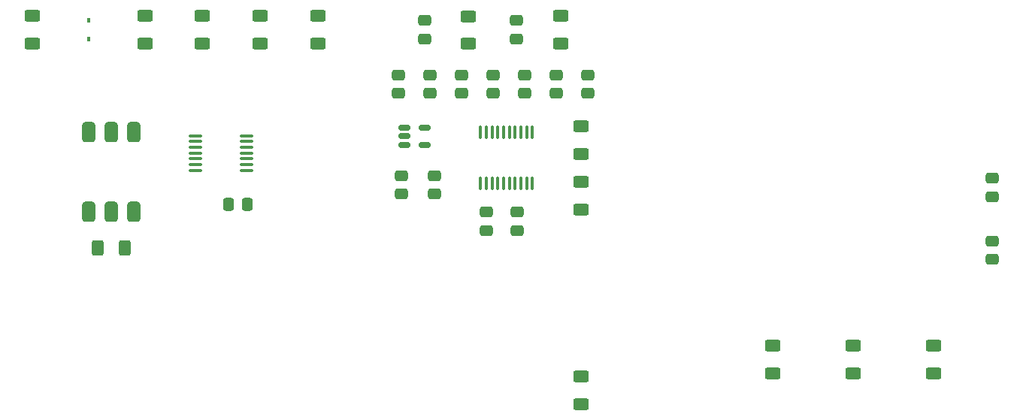
<source format=gbp>
G04 #@! TF.GenerationSoftware,KiCad,Pcbnew,6.0.11*
G04 #@! TF.CreationDate,2024-07-27T16:02:47-05:00*
G04 #@! TF.ProjectId,minidexed,6d696e69-6465-4786-9564-2e6b69636164,rev?*
G04 #@! TF.SameCoordinates,Original*
G04 #@! TF.FileFunction,Paste,Bot*
G04 #@! TF.FilePolarity,Positive*
%FSLAX46Y46*%
G04 Gerber Fmt 4.6, Leading zero omitted, Abs format (unit mm)*
G04 Created by KiCad (PCBNEW 6.0.11) date 2024-07-27 16:02:47*
%MOMM*%
%LPD*%
G01*
G04 APERTURE LIST*
G04 Aperture macros list*
%AMRoundRect*
0 Rectangle with rounded corners*
0 $1 Rounding radius*
0 $2 $3 $4 $5 $6 $7 $8 $9 X,Y pos of 4 corners*
0 Add a 4 corners polygon primitive as box body*
4,1,4,$2,$3,$4,$5,$6,$7,$8,$9,$2,$3,0*
0 Add four circle primitives for the rounded corners*
1,1,$1+$1,$2,$3*
1,1,$1+$1,$4,$5*
1,1,$1+$1,$6,$7*
1,1,$1+$1,$8,$9*
0 Add four rect primitives between the rounded corners*
20,1,$1+$1,$2,$3,$4,$5,0*
20,1,$1+$1,$4,$5,$6,$7,0*
20,1,$1+$1,$6,$7,$8,$9,0*
20,1,$1+$1,$8,$9,$2,$3,0*%
G04 Aperture macros list end*
%ADD10RoundRect,0.100000X-0.100000X0.637500X-0.100000X-0.637500X0.100000X-0.637500X0.100000X0.637500X0*%
%ADD11RoundRect,0.250000X0.337500X0.475000X-0.337500X0.475000X-0.337500X-0.475000X0.337500X-0.475000X0*%
%ADD12RoundRect,0.250000X0.475000X-0.337500X0.475000X0.337500X-0.475000X0.337500X-0.475000X-0.337500X0*%
%ADD13RoundRect,0.250000X0.625000X-0.400000X0.625000X0.400000X-0.625000X0.400000X-0.625000X-0.400000X0*%
%ADD14RoundRect,0.250000X-0.625000X0.400000X-0.625000X-0.400000X0.625000X-0.400000X0.625000X0.400000X0*%
%ADD15RoundRect,0.250000X-0.475000X0.337500X-0.475000X-0.337500X0.475000X-0.337500X0.475000X0.337500X0*%
%ADD16RoundRect,0.250000X-0.400000X-0.625000X0.400000X-0.625000X0.400000X0.625000X-0.400000X0.625000X0*%
%ADD17RoundRect,0.150000X-0.512500X-0.150000X0.512500X-0.150000X0.512500X0.150000X-0.512500X0.150000X0*%
%ADD18RoundRect,0.381000X-0.381000X0.762000X-0.381000X-0.762000X0.381000X-0.762000X0.381000X0.762000X0*%
%ADD19R,0.450000X0.600000*%
%ADD20RoundRect,0.100000X-0.637500X-0.100000X0.637500X-0.100000X0.637500X0.100000X-0.637500X0.100000X0*%
G04 APERTURE END LIST*
D10*
X154875000Y-84637500D03*
X155525000Y-84637500D03*
X156175000Y-84637500D03*
X156825000Y-84637500D03*
X157475000Y-84637500D03*
X158125000Y-84637500D03*
X158775000Y-84637500D03*
X159425000Y-84637500D03*
X160075000Y-84637500D03*
X160725000Y-84637500D03*
X160725000Y-90362500D03*
X160075000Y-90362500D03*
X159425000Y-90362500D03*
X158775000Y-90362500D03*
X158125000Y-90362500D03*
X157475000Y-90362500D03*
X156825000Y-90362500D03*
X156175000Y-90362500D03*
X155525000Y-90362500D03*
X154875000Y-90362500D03*
D11*
X128587500Y-92700000D03*
X126512500Y-92700000D03*
D12*
X163433330Y-80200000D03*
X163433330Y-78125000D03*
D13*
X187775000Y-111750000D03*
X187775000Y-108650000D03*
D14*
X104375200Y-71500000D03*
X104375200Y-74600000D03*
D15*
X148600000Y-72025000D03*
X148600000Y-74100000D03*
X212500000Y-96875000D03*
X212500000Y-98950000D03*
D12*
X212500000Y-91850000D03*
X212500000Y-89775000D03*
X167000000Y-80200000D03*
X167000000Y-78125000D03*
D13*
X166200000Y-93300000D03*
X166200000Y-90200000D03*
D16*
X111750000Y-97600000D03*
X114850000Y-97600000D03*
D14*
X130087040Y-71500000D03*
X130087040Y-74600000D03*
D13*
X205925000Y-111750000D03*
X205925000Y-108650000D03*
D14*
X166200000Y-112150000D03*
X166200000Y-115250000D03*
D13*
X196850000Y-111750000D03*
X196850000Y-108650000D03*
D15*
X146000000Y-89500000D03*
X146000000Y-91575000D03*
D13*
X153500000Y-74650000D03*
X153500000Y-71550000D03*
D14*
X136600000Y-71500000D03*
X136600000Y-74600000D03*
D15*
X159020000Y-93600000D03*
X159020000Y-95675000D03*
D17*
X146300000Y-86000000D03*
X146300000Y-85050000D03*
X146300000Y-84100000D03*
X148575000Y-84100000D03*
X148575000Y-86000000D03*
D15*
X149700000Y-89500000D03*
X149700000Y-91575000D03*
D18*
X110760000Y-84600000D03*
X113300000Y-84600000D03*
X115840000Y-84600000D03*
X115840000Y-93600000D03*
X113300000Y-93600000D03*
X110760000Y-93600000D03*
D19*
X110718160Y-74100000D03*
X110718160Y-72000000D03*
D12*
X145600000Y-80200000D03*
X145600000Y-78125000D03*
D20*
X122800000Y-88900000D03*
X122800000Y-88250000D03*
X122800000Y-87600000D03*
X122800000Y-86950000D03*
X122800000Y-86300000D03*
X122800000Y-85650000D03*
X122800000Y-85000000D03*
X128525000Y-85000000D03*
X128525000Y-85650000D03*
X128525000Y-86300000D03*
X128525000Y-86950000D03*
X128525000Y-87600000D03*
X128525000Y-88250000D03*
X128525000Y-88900000D03*
D12*
X152733332Y-80200000D03*
X152733332Y-78125000D03*
D13*
X166200000Y-87050000D03*
X166200000Y-83950000D03*
D15*
X158886666Y-72012500D03*
X158886666Y-74087500D03*
D14*
X123574080Y-71500000D03*
X123574080Y-74600000D03*
D12*
X156299998Y-80200000D03*
X156299998Y-78125000D03*
X159866664Y-80200000D03*
X159866664Y-78125000D03*
D14*
X117061120Y-71500000D03*
X117061120Y-74600000D03*
D13*
X163900000Y-74600000D03*
X163900000Y-71500000D03*
D12*
X149166666Y-80200000D03*
X149166666Y-78125000D03*
D15*
X155500000Y-93600000D03*
X155500000Y-95675000D03*
M02*

</source>
